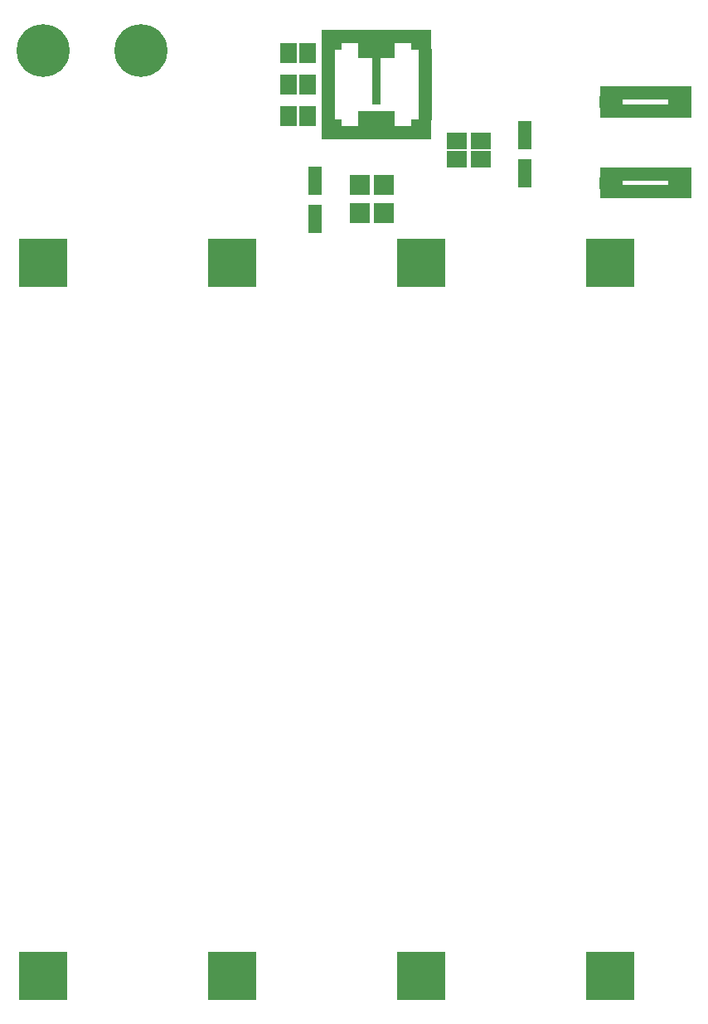
<source format=gbr>
%FSLAX34Y34*%
%MOMM*%
%LNSOLDERMASK_TOP*%
G71*
G01*
%ADD10R,2.050X2.050*%
%ADD11R,1.350X0.900*%
%ADD12R,3.700X1.800*%
%ADD13R,0.900X1.350*%
%ADD14R,0.930X5.050*%
%ADD15R,2.400X1.200*%
%ADD16R,9.400X1.400*%
%ADD17R,2.000X1.700*%
%ADD18R,1.700X2.000*%
%ADD19R,1.400X2.900*%
%ADD20R,2.000X2.000*%
%ADD21C,5.400*%
%LPD*%
G36*
X74500Y-81500D02*
X74500Y-130500D01*
X25500Y-130500D01*
X25500Y-81500D01*
X74500Y-81500D01*
G37*
G36*
X74500Y-809500D02*
X74500Y-858500D01*
X25500Y-858500D01*
X25500Y-809500D01*
X74500Y-809500D01*
G37*
G36*
X267500Y-81500D02*
X267500Y-130500D01*
X218500Y-130500D01*
X218500Y-81500D01*
X267500Y-81500D01*
G37*
G36*
X267500Y-809500D02*
X267500Y-858500D01*
X218500Y-858500D01*
X218500Y-809500D01*
X267500Y-809500D01*
G37*
G36*
X460500Y-81500D02*
X460500Y-130500D01*
X411500Y-130500D01*
X411500Y-81500D01*
X460500Y-81500D01*
G37*
G36*
X460500Y-809500D02*
X460500Y-858500D01*
X411500Y-858500D01*
X411500Y-809500D01*
X460500Y-809500D01*
G37*
G36*
X653500Y-81500D02*
X653500Y-130500D01*
X604500Y-130500D01*
X604500Y-81500D01*
X653500Y-81500D01*
G37*
G36*
X653500Y-809500D02*
X653500Y-858500D01*
X604500Y-858500D01*
X604500Y-809500D01*
X653500Y-809500D01*
G37*
X344750Y30250D02*
G54D10*
D03*
X344750Y121750D02*
G54D10*
D03*
X436250Y30250D02*
G54D10*
D03*
X436250Y121750D02*
G54D10*
D03*
X341250Y44000D02*
G54D11*
D03*
X341250Y52000D02*
G54D11*
D03*
X341250Y60000D02*
G54D11*
D03*
X341250Y68000D02*
G54D11*
D03*
X341250Y76000D02*
G54D11*
D03*
X341250Y84000D02*
G54D11*
D03*
X341250Y92000D02*
G54D11*
D03*
X341250Y100000D02*
G54D11*
D03*
X341250Y108000D02*
G54D11*
D03*
X390500Y40500D02*
G54D12*
D03*
X358500Y125250D02*
G54D13*
D03*
X366500Y125250D02*
G54D13*
D03*
X374500Y125250D02*
G54D13*
D03*
X382500Y125250D02*
G54D13*
D03*
X390500Y125250D02*
G54D13*
D03*
X398500Y125250D02*
G54D13*
D03*
X406500Y125250D02*
G54D13*
D03*
X414500Y125250D02*
G54D13*
D03*
X422500Y125250D02*
G54D13*
D03*
X439750Y44000D02*
G54D11*
D03*
X439750Y52000D02*
G54D11*
D03*
X439750Y60000D02*
G54D11*
D03*
X439750Y68000D02*
G54D11*
D03*
X439750Y76000D02*
G54D11*
D03*
X439750Y84000D02*
G54D11*
D03*
X439750Y92000D02*
G54D11*
D03*
X439750Y100000D02*
G54D11*
D03*
X439750Y108000D02*
G54D11*
D03*
X358500Y26750D02*
G54D13*
D03*
X366500Y26750D02*
G54D13*
D03*
X374500Y26750D02*
G54D13*
D03*
X382500Y26750D02*
G54D13*
D03*
X390500Y26750D02*
G54D13*
D03*
X398500Y26750D02*
G54D13*
D03*
X406500Y26750D02*
G54D13*
D03*
X414500Y26750D02*
G54D13*
D03*
X422500Y26750D02*
G54D13*
D03*
X390500Y111500D02*
G54D12*
D03*
X390500Y81300D02*
G54D14*
D03*
X630000Y58000D02*
G54D15*
D03*
X700000Y58000D02*
G54D15*
D03*
X665000Y49000D02*
G54D16*
D03*
X665000Y67000D02*
G54D16*
D03*
X630000Y-24600D02*
G54D15*
D03*
X700000Y-24600D02*
G54D15*
D03*
X665000Y-33600D02*
G54D16*
D03*
X665000Y-15600D02*
G54D16*
D03*
X472500Y18500D02*
G54D17*
D03*
X472500Y-500D02*
G54D17*
D03*
X496500Y18500D02*
G54D17*
D03*
X496500Y-500D02*
G54D17*
D03*
X319500Y108000D02*
G54D18*
D03*
X300500Y108000D02*
G54D18*
D03*
X319500Y76000D02*
G54D18*
D03*
X300500Y76000D02*
G54D18*
D03*
X319500Y44000D02*
G54D18*
D03*
X300500Y44000D02*
G54D18*
D03*
X542000Y24500D02*
G54D19*
D03*
X542000Y-14500D02*
G54D19*
D03*
X397500Y-27000D02*
G54D20*
D03*
X397500Y-55000D02*
G54D20*
D03*
X373500Y-27000D02*
G54D20*
D03*
X373500Y-55000D02*
G54D20*
D03*
X327500Y-22500D02*
G54D19*
D03*
X327500Y-61500D02*
G54D19*
D03*
X50000Y110500D02*
G54D21*
D03*
X150000Y110500D02*
G54D21*
D03*
M02*

</source>
